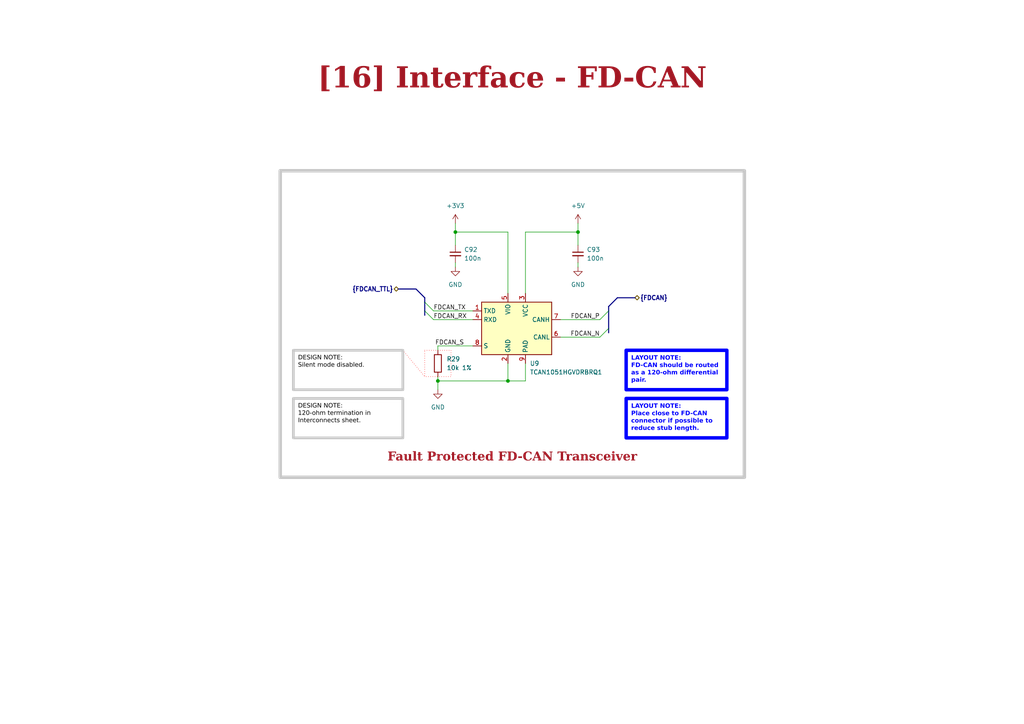
<source format=kicad_sch>
(kicad_sch (version 20230121) (generator eeschema)
  (paper "A4")
  (title_block (title "FD-CAN Transceiver") (date "2023-10-15") (rev "1.0") (company "EPFL Xplore") (comment 3 "Author: Vincent Nguyen"))
  (lib_symbols
    (symbol "0_interface_can:TCAN1051HGVDRBRQ1"
      (property "Reference" "U" (at 0 0 0))
      (property "Value" "TCAN1051HGVDRBRQ1" (at 0 0 0))
      (symbol "TCAN1051HGVDRBRQ1_0_1"
        (rectangle (start -10.16 7.62) (end 10.16 -7.62) (stroke (width 0.254)) (fill (type background)))
      )
      (symbol "TCAN1051HGVDRBRQ1_1_1"
        (pin input line (at -12.7 5.08 0) (length 2.54) (name "TXD") (number "1"))
        (pin power_in line (at -2.54 -10.16 90) (length 2.54) (name "GND") (number "2"))
        (pin power_in line (at 2.54 10.16 270) (length 2.54) (name "VCC") (number "3"))
        (pin output line (at -12.7 2.54 0) (length 2.54) (name "RXD") (number "4"))
        (pin power_in line (at -2.54 10.16 270) (length 2.54) (name "VIO") (number "5"))
        (pin bidirectional line (at 12.7 -2.54 180) (length 2.54) (name "CANL") (number "6"))
        (pin bidirectional line (at 12.7 2.54 180) (length 2.54) (name "CANH") (number "7"))
        (pin input line (at -12.7 -5.08 0) (length 2.54) (name "S") (number "8"))
        (pin passive line (at 2.54 -10.16 90) (length 2.54) (name "PAD") (number "9"))
      )
    )
    (symbol "Device:C_Small" (pin_numbers hide) (pin_names (offset 0.254) hide)
      (property "Reference" "C" (at 0.254 1.778 0))
      (property "Value" "C_Small" (at 0.254 -2.032 0))
      (symbol "C_Small_0_1"
        (polyline (pts (xy -1.524 -0.508) (xy 1.524 -0.508)) (stroke (width 0.3302)))
        (polyline (pts (xy -1.524 0.508) (xy 1.524 0.508)) (stroke (width 0.3048)))
      )
      (symbol "C_Small_1_1"
        (pin passive line (at 0 2.54 270) (length 2.032) (name "~") (number "1"))
        (pin passive line (at 0 -2.54 90) (length 2.032) (name "~") (number "2"))
      )
    )
    (symbol "Device:R" (pin_numbers hide) (pin_names (offset 0))
      (property "Reference" "R" (at 2.032 0 90))
      (property "Value" "R" (at 0 0 90))
      (symbol "R_0_1"
        (rectangle (start -1.016 -2.54) (end 1.016 2.54) (stroke (width 0.254)))
      )
      (symbol "R_1_1"
        (pin passive line (at 0 3.81 270) (length 1.27) (name "~") (number "1"))
        (pin passive line (at 0 -3.81 90) (length 1.27) (name "~") (number "2"))
      )
    )
    (symbol "power:+3V3" (power) (pin_names (offset 0))
      (property "Value" "+3V3" (at 0 3.556 0))
      (symbol "+3V3_0_1"
        (polyline (pts (xy -0.762 1.27) (xy 0 2.54)))
        (polyline (pts (xy 0 0) (xy 0 2.54)))
        (polyline (pts (xy 0 2.54) (xy 0.762 1.27)))
      )
      (symbol "+3V3_1_1"
        (pin power_in line (at 0 0 90) (length 0) hide (name "+3V3") (number "1"))
      )
    )
    (symbol "power:+5V" (power) (pin_names (offset 0))
      (property "Value" "+5V" (at 0 3.556 0))
      (symbol "+5V_0_1"
        (polyline (pts (xy -0.762 1.27) (xy 0 2.54)))
        (polyline (pts (xy 0 0) (xy 0 2.54)))
        (polyline (pts (xy 0 2.54) (xy 0.762 1.27)))
      )
      (symbol "+5V_1_1"
        (pin power_in line (at 0 0 90) (length 0) hide (name "+5V") (number "1"))
      )
    )
    (symbol "power:GND" (power) (pin_names (offset 0))
      (property "Value" "GND" (at 0 -3.81 0))
      (symbol "GND_0_1"
        (polyline (pts (xy 0 0) (xy 0 -1.27) (xy 1.27 -1.27) (xy 0 -2.54) (xy -1.27 -1.27) (xy 0 -1.27)))
      )
      (symbol "GND_1_1"
        (pin power_in line (at 0 0 270) (length 0) hide (name "GND") (number "1"))
      )
    )
  )
  (junction (at 132.08 67.31))
  (junction (at 147.32 110.49))
  (junction (at 167.64 67.31))
  (junction (at 127 110.49))
  (bus_entry (at 176.53 95.25) (size -2.54 2.54))
  (bus_entry (at 176.53 90.17) (size -2.54 2.54))
  (bus_entry (at 123.19 87.63) (size 2.54 2.54))
  (bus_entry (at 123.19 90.17) (size 2.54 2.54))
  (wire (pts (xy 127 110.49) (xy 147.32 110.49)))
  (bus (pts (xy 176.53 90.17) (xy 176.53 95.25)))
  (wire (pts (xy 167.64 64.77) (xy 167.64 67.31)))
  (bus (pts (xy 176.53 88.9) (xy 176.53 90.17)))
  (bus (pts (xy 179.07 86.36) (xy 176.53 88.9)))
  (bus (pts (xy 120.65 83.82) (xy 123.19 86.36)))
  (wire (pts (xy 167.64 71.12) (xy 167.64 67.31)))
  (wire (pts (xy 127 100.33) (xy 137.16 100.33)))
  (wire (pts (xy 173.99 92.71) (xy 162.56 92.71)))
  (wire (pts (xy 147.32 110.49) (xy 152.4 110.49)))
  (bus (pts (xy 176.53 95.25) (xy 176.53 96.52)))
  (bus (pts (xy 123.19 86.36) (xy 123.19 87.63)))
  (wire (pts (xy 167.64 67.31) (xy 152.4 67.31)))
  (wire (pts (xy 125.73 92.71) (xy 137.16 92.71)))
  (wire (pts (xy 125.73 90.17) (xy 137.16 90.17)))
  (wire (pts (xy 132.08 77.47) (xy 132.08 76.2)))
  (wire (pts (xy 152.4 67.31) (xy 152.4 85.09)))
  (bus (pts (xy 123.19 87.63) (xy 123.19 90.17)))
  (wire (pts (xy 147.32 105.41) (xy 147.32 110.49)))
  (wire (pts (xy 132.08 71.12) (xy 132.08 67.31)))
  (bus (pts (xy 184.15 86.36) (xy 179.07 86.36)))
  (wire (pts (xy 167.64 77.47) (xy 167.64 76.2)))
  (bus (pts (xy 123.19 90.17) (xy 123.19 91.44)))
  (wire (pts (xy 173.99 97.79) (xy 162.56 97.79)))
  (wire (pts (xy 127 101.6) (xy 127 100.33)))
  (bus (pts (xy 115.57 83.82) (xy 120.65 83.82)))
  (wire (pts (xy 147.32 67.31) (xy 147.32 85.09)))
  (wire (pts (xy 127 113.03) (xy 127 110.49)))
  (wire (pts (xy 127 109.22) (xy 127 110.49)))
  (wire (pts (xy 152.4 110.49) (xy 152.4 105.41)))
  (wire (pts (xy 132.08 64.77) (xy 132.08 67.31)))
  (polyline (pts (xy 116.84 101.6) (xy 123.19 109.22)) (stroke (width 0) (type dot) (color 255 0 0 1)))
  (wire (pts (xy 132.08 67.31) (xy 147.32 67.31)))
  (rectangle (start 81.28 49.53) (end 215.9 138.43) (stroke (width 1) (color 200 200 200 1)))
  (rectangle (start 123.19 101.6) (end 130.81 109.22) (stroke (width 0) (type dot) (color 255 0 0 1)))
  (text_box "LAYOUT NOTE:\nFD-CAN should be routed as a 120-ohm differential pair." (at 181.61 101.6 0) (size 29.21 11.43) (stroke (width 1) (color 0 0 255 1)) (effects (font (size 1.27 1.27) (thickness 0.4) bold) (justify left top)))
  (text_box "LAYOUT NOTE:\nPlace close to FD-CAN connector if possible to reduce stub length." (at 181.61 115.57 0) (size 29.21 11.43) (stroke (width 1) (color 0 0 255 1)) (effects (font (size 1.27 1.27) (thickness 0.4) bold) (justify left top)))
  (text_box "DESIGN NOTE:\n120-ohm termination in Interconnects sheet." (at 85.09 115.57 0) (size 31.75 11.43) (stroke (width 0.8) (color 200 200 200 1)) (effects (font (size 1.27 1.27)) (justify left top)))
  (text_box "[16] Interface - FD-CAN" (at 80.01 16.51 0) (size 137.16 12.7) (stroke (width -0.0001)) (effects (font (size 6 6) (thickness 1.2) bold)))
  (text_box "Fault Protected FD-CAN Transceiver" (at 82.55 127 0) (size 132.08 8.89) (stroke (width -0.0001)) (effects (font (size 2.54 2.54) (thickness 0.508) bold) (justify bottom)))
  (text_box "DESIGN NOTE:\nSilent mode disabled." (at 85.09 101.6 0) (size 31.75 11.43) (stroke (width 0.8) (color 200 200 200 1)) (effects (font (size 1.27 1.27)) (justify left top)))
  (label "FDCAN_TX" (at 125.73 90.17 0))
  (label "FDCAN_S" (at 134.62 100.33 180))
  (label "FDCAN_P" (at 173.99 92.71 180))
  (label "FDCAN_RX" (at 125.73 92.71 0))
  (label "FDCAN_N" (at 173.99 97.79 180))
  (hierarchical_label "{FDCAN_TTL}" (shape bidirectional) (at 115.57 83.82 180) (effects (font bold)))
  (hierarchical_label "{FDCAN}" (shape bidirectional) (at 184.15 86.36 0) (effects (font bold)))
  (symbol (lib_id "0_interface_can:TCAN1051HGVDRBRQ1") (at 149.86 95.25 0) (unit 1)
    (property "Reference" "U9" (at 153.67 105.41 0) (effects (justify left)))
    (property "Value" "TCAN1051HGVDRBRQ1" (at 153.67 107.95 0) (effects (justify left)))
    (property "Footprint" "0_package_SON:HVSON-8-1EP_3x3mm_P0.65mm_EP1.6x2.4mm_ThermalVias" (effects hide))
    (property "Datasheet" "https://www.ti.com/general/docs/suppproductinfo.tsp?distId=10&gotoUrl=https%3A%2F%2Fwww.ti.com%2Flit%2Fgpn%2Ftcan1051-q1" (effects hide))
  )
  (symbol (lib_id "power:+3V3") (at 132.08 64.77 0) (unit 1)
    (property "Reference" "#PWR053" (effects hide))
    (property "Value" "+3V3" (at 132.08 59.69 0))
  )
  (symbol (lib_id "power:GND") (at 127 113.03 0) (unit 1)
    (property "Reference" "#PWR052" (effects hide))
    (property "Value" "GND" (at 127 118.11 0))
  )
  (symbol (lib_id "power:GND") (at 132.08 77.47 0) (unit 1)
    (property "Reference" "#PWR054" (effects hide))
    (property "Value" "GND" (at 132.08 82.55 0))
  )
  (symbol (lib_id "power:GND") (at 167.64 77.47 0) (mirror y) (unit 1)
    (property "Reference" "#PWR056" (effects hide))
    (property "Value" "GND" (at 167.64 82.55 0))
  )
  (symbol (lib_id "Device:C_Small") (at 167.64 73.66 0) (unit 1)
    (property "Reference" "C93" (at 170.18 72.3963 0) (effects (justify left)))
    (property "Value" "100n" (at 170.18 74.9363 0) (effects (justify left)))
    (property "Footprint" "0_capacitor_smd:C_0402_1005_DensityHigh" (effects hide))
  )
  (symbol (lib_id "power:+5V") (at 167.64 64.77 0) (unit 1)
    (property "Reference" "#PWR055" (effects hide))
    (property "Value" "+5V" (at 167.64 59.69 0))
  )
  (symbol (lib_id "Device:C_Small") (at 132.08 73.66 0) (unit 1)
    (property "Reference" "C92" (at 134.62 72.3963 0) (effects (justify left)))
    (property "Value" "100n" (at 134.62 74.9363 0) (effects (justify left)))
    (property "Footprint" "0_capacitor_smd:C_0402_1005_DensityHigh" (effects hide))
  )
  (symbol (lib_id "Device:R") (at 127 105.41 0) (unit 1)
    (property "Reference" "R29" (at 129.54 104.14 0) (effects (justify left)))
    (property "Value" "10k 1%" (at 129.54 106.68 0) (effects (justify left)))
    (property "Footprint" "0_resistor_smd:R_0402_1005_DensityHigh" (effects hide))
  )
)
</source>
